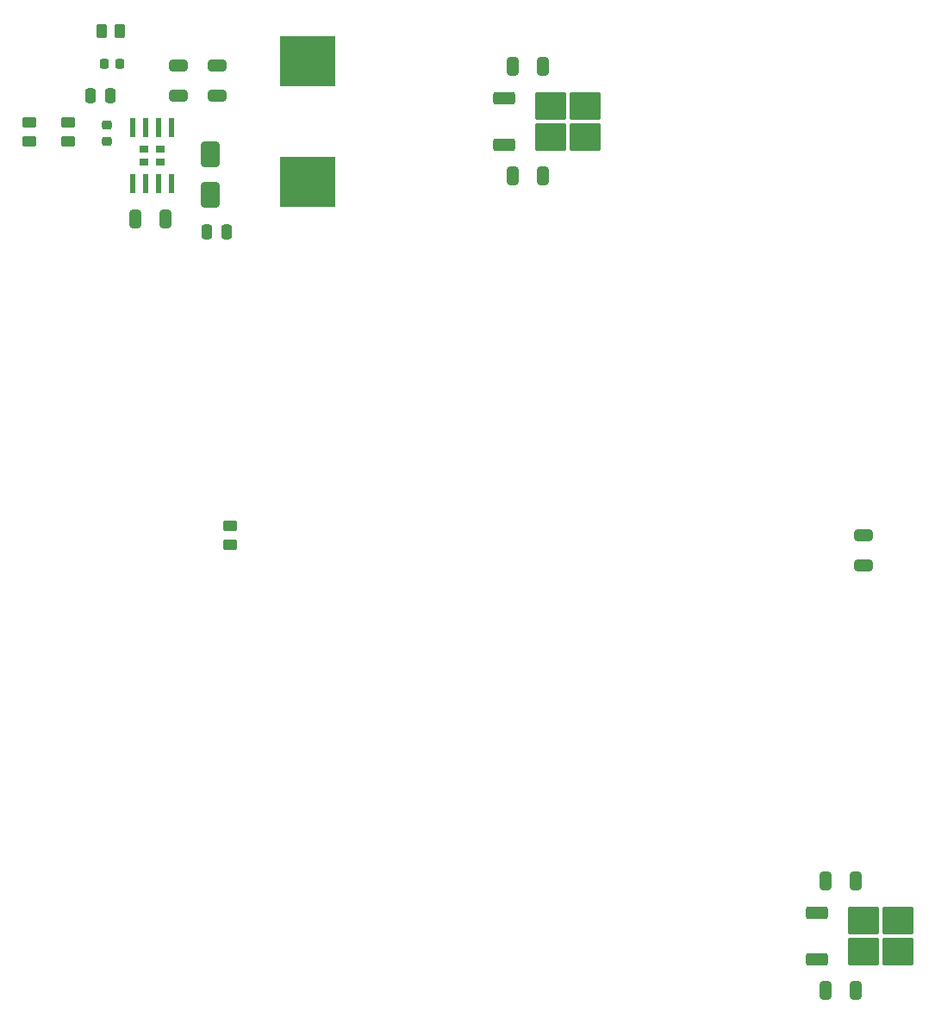
<source format=gbr>
%TF.GenerationSoftware,KiCad,Pcbnew,9.0.0*%
%TF.CreationDate,2025-10-01T11:12:32-04:00*%
%TF.ProjectId,can_gauge_interface,63616e5f-6761-4756-9765-5f696e746572,0.2*%
%TF.SameCoordinates,Original*%
%TF.FileFunction,Paste,Top*%
%TF.FilePolarity,Positive*%
%FSLAX46Y46*%
G04 Gerber Fmt 4.6, Leading zero omitted, Abs format (unit mm)*
G04 Created by KiCad (PCBNEW 9.0.0) date 2025-10-01 11:12:32*
%MOMM*%
%LPD*%
G01*
G04 APERTURE LIST*
G04 Aperture macros list*
%AMRoundRect*
0 Rectangle with rounded corners*
0 $1 Rounding radius*
0 $2 $3 $4 $5 $6 $7 $8 $9 X,Y pos of 4 corners*
0 Add a 4 corners polygon primitive as box body*
4,1,4,$2,$3,$4,$5,$6,$7,$8,$9,$2,$3,0*
0 Add four circle primitives for the rounded corners*
1,1,$1+$1,$2,$3*
1,1,$1+$1,$4,$5*
1,1,$1+$1,$6,$7*
1,1,$1+$1,$8,$9*
0 Add four rect primitives between the rounded corners*
20,1,$1+$1,$2,$3,$4,$5,0*
20,1,$1+$1,$4,$5,$6,$7,0*
20,1,$1+$1,$6,$7,$8,$9,0*
20,1,$1+$1,$8,$9,$2,$3,0*%
G04 Aperture macros list end*
%ADD10R,5.400000X4.900000*%
%ADD11RoundRect,0.250000X-0.325000X-0.650000X0.325000X-0.650000X0.325000X0.650000X-0.325000X0.650000X0*%
%ADD12RoundRect,0.250000X0.250000X0.475000X-0.250000X0.475000X-0.250000X-0.475000X0.250000X-0.475000X0*%
%ADD13RoundRect,0.250000X-0.850000X-0.350000X0.850000X-0.350000X0.850000X0.350000X-0.850000X0.350000X0*%
%ADD14RoundRect,0.250000X-1.275000X-1.125000X1.275000X-1.125000X1.275000X1.125000X-1.275000X1.125000X0*%
%ADD15RoundRect,0.225000X-0.250000X0.225000X-0.250000X-0.225000X0.250000X-0.225000X0.250000X0.225000X0*%
%ADD16RoundRect,0.250000X-0.262500X-0.450000X0.262500X-0.450000X0.262500X0.450000X-0.262500X0.450000X0*%
%ADD17RoundRect,0.225000X-0.225000X-0.250000X0.225000X-0.250000X0.225000X0.250000X-0.225000X0.250000X0*%
%ADD18RoundRect,0.250000X-0.450000X0.262500X-0.450000X-0.262500X0.450000X-0.262500X0.450000X0.262500X0*%
%ADD19RoundRect,0.250000X-0.650000X0.325000X-0.650000X-0.325000X0.650000X-0.325000X0.650000X0.325000X0*%
%ADD20RoundRect,0.250000X0.650000X-1.000000X0.650000X1.000000X-0.650000X1.000000X-0.650000X-1.000000X0*%
%ADD21RoundRect,0.250000X-0.250000X-0.475000X0.250000X-0.475000X0.250000X0.475000X-0.250000X0.475000X0*%
%ADD22R,0.610000X1.910000*%
%ADD23R,0.930000X0.723000*%
%ADD24RoundRect,0.250000X0.650000X-0.325000X0.650000X0.325000X-0.650000X0.325000X-0.650000X-0.325000X0*%
%ADD25RoundRect,0.250000X0.325000X0.650000X-0.325000X0.650000X-0.325000X-0.650000X0.325000X-0.650000X0*%
G04 APERTURE END LIST*
D10*
%TO.C,L1*%
X82550000Y-120200000D03*
X82550000Y-108400000D03*
%TD*%
D11*
%TO.C,C9*%
X102714000Y-119634000D03*
X105664000Y-119634000D03*
%TD*%
D12*
%TO.C,C7*%
X63180000Y-111760000D03*
X61280000Y-111760000D03*
%TD*%
D11*
%TO.C,C19*%
X133448000Y-199644000D03*
X136398000Y-199644000D03*
%TD*%
%TO.C,C18*%
X133448000Y-188849000D03*
X136398000Y-188849000D03*
%TD*%
D13*
%TO.C,U6*%
X101854000Y-112014000D03*
D14*
X106479000Y-112769000D03*
X106479000Y-115819000D03*
X109829000Y-112769000D03*
X109829000Y-115819000D03*
D13*
X101854000Y-116574000D03*
%TD*%
D15*
%TO.C,C4*%
X62865000Y-114655000D03*
X62865000Y-116205000D03*
%TD*%
D16*
%TO.C,R1*%
X62310000Y-105410000D03*
X64135000Y-105410000D03*
%TD*%
D17*
%TO.C,C6*%
X62585000Y-108585000D03*
X64135000Y-108585000D03*
%TD*%
D18*
%TO.C,R2*%
X55245000Y-114380000D03*
X55245000Y-116205000D03*
%TD*%
D19*
%TO.C,C3*%
X69850000Y-108810000D03*
X69850000Y-111760000D03*
%TD*%
D20*
%TO.C,D1*%
X73025000Y-121475000D03*
X73025000Y-117475000D03*
%TD*%
D18*
%TO.C,R3*%
X59055000Y-114380000D03*
X59055000Y-116205000D03*
%TD*%
D19*
%TO.C,C5*%
X73660000Y-108810000D03*
X73660000Y-111760000D03*
%TD*%
D11*
%TO.C,C8*%
X102714000Y-108839000D03*
X105664000Y-108839000D03*
%TD*%
D21*
%TO.C,C2*%
X72710000Y-125095000D03*
X74610000Y-125095000D03*
%TD*%
D22*
%TO.C,U5*%
X69215000Y-114855000D03*
X67945000Y-114855000D03*
X66675000Y-114855000D03*
X65405000Y-114855000D03*
X65405000Y-120415000D03*
X66675000Y-120415000D03*
X67945000Y-120415000D03*
X69215000Y-120415000D03*
D23*
X68085000Y-117032500D03*
X66535000Y-117032500D03*
X68085000Y-118237500D03*
X66535000Y-118237500D03*
%TD*%
D18*
%TO.C,R8*%
X74930000Y-154027500D03*
X74930000Y-155852500D03*
%TD*%
D24*
%TO.C,C11*%
X137160000Y-157890000D03*
X137160000Y-154940000D03*
%TD*%
D13*
%TO.C,U7*%
X132588000Y-192024000D03*
D14*
X137213000Y-192779000D03*
X137213000Y-195829000D03*
X140563000Y-192779000D03*
X140563000Y-195829000D03*
D13*
X132588000Y-196584000D03*
%TD*%
D25*
%TO.C,C1*%
X68580000Y-123825000D03*
X65630000Y-123825000D03*
%TD*%
M02*

</source>
